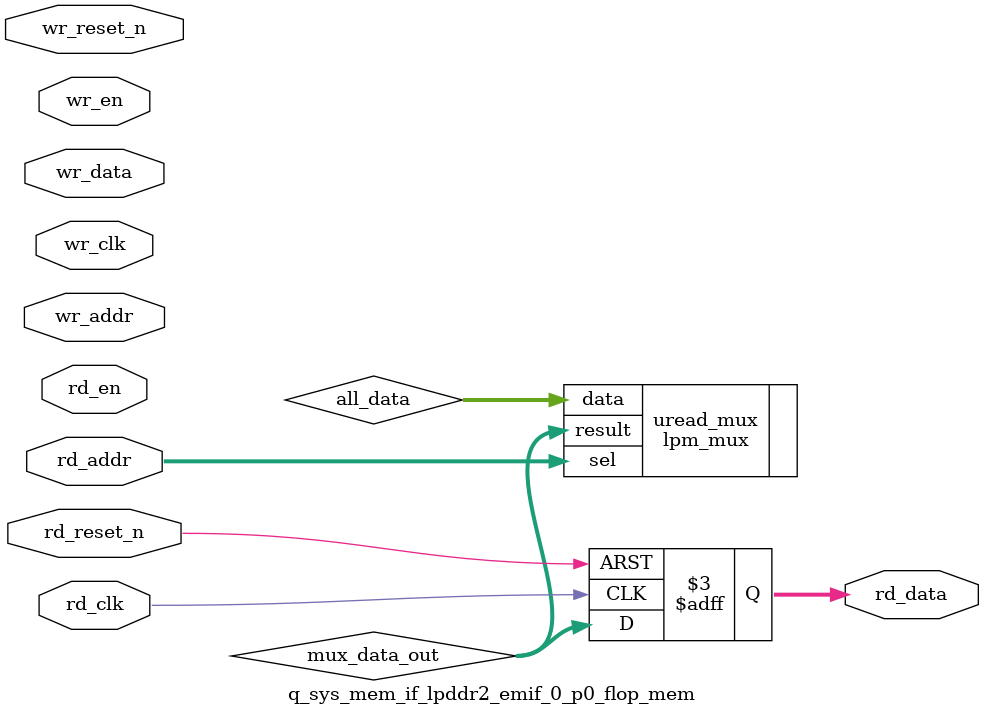
<source format=v>



`timescale 1 ps / 1 ps

(* altera_attribute = "-name ALLOW_SYNCH_CTRL_USAGE ON;-name AUTO_CLOCK_ENABLE_RECOGNITION ON" *)
module q_sys_mem_if_lpddr2_emif_0_p0_flop_mem(
	wr_reset_n,
	wr_clk,
	wr_en,
	wr_addr,
	wr_data,
	rd_reset_n,
	rd_clk,
	rd_en,
	rd_addr,
	rd_data
);

parameter WRITE_MEM_DEPTH	= "";
parameter WRITE_ADDR_WIDTH	= "";
parameter WRITE_DATA_WIDTH	= "";
parameter READ_MEM_DEPTH	= "";
parameter READ_ADDR_WIDTH	= "";		 
parameter READ_DATA_WIDTH	= "";


input	wr_reset_n;
input	wr_clk;
input	wr_en;
input	[WRITE_ADDR_WIDTH-1:0] wr_addr;
input	[WRITE_DATA_WIDTH-1:0] wr_data;
input	rd_reset_n;
input	rd_clk;
input	rd_en;
input	[READ_ADDR_WIDTH-1:0] rd_addr;
output	[READ_DATA_WIDTH-1:0] rd_data;



wire	[WRITE_DATA_WIDTH*WRITE_MEM_DEPTH-1:0] all_data;
wire	[READ_DATA_WIDTH-1:0] mux_data_out;



// declare a memory with WRITE_MEM_DEPTH entries
// each entry contains a data size of WRITE_DATA_WIDTH
reg	[WRITE_DATA_WIDTH-1:0] data_stored [0:WRITE_MEM_DEPTH-1] /* synthesis syn_preserve = 1 */;
reg	[READ_DATA_WIDTH-1:0] rd_data;

generate
genvar entry;
	for (entry=0; entry < WRITE_MEM_DEPTH; entry=entry+1)
	begin: mem_location
		assign all_data[(WRITE_DATA_WIDTH*(entry+1)-1) : (WRITE_DATA_WIDTH*entry)] = data_stored[entry]; 
		
		always @(posedge wr_clk or negedge wr_reset_n)
		begin
			if (~wr_reset_n) begin
				data_stored[entry] <= {WRITE_DATA_WIDTH{1'b0}};
			end else begin
				if (wr_en) begin
					if (entry == wr_addr) begin
						data_stored[entry] <= wr_data;
					end
				end
			end
		end		
	end
endgenerate

// mux to select the correct output data based on read address
lpm_mux	uread_mux(
	.sel (rd_addr),
	.data (all_data),
	.result (mux_data_out)
	// synopsys translate_off
	,
	.aclr (),
	.clken (),
	.clock ()
	// synopsys translate_on
	);
 defparam uread_mux.lpm_size = READ_MEM_DEPTH;
 defparam uread_mux.lpm_type = "LPM_MUX";
 defparam uread_mux.lpm_width = READ_DATA_WIDTH;
 defparam uread_mux.lpm_widths = READ_ADDR_WIDTH;

always @(posedge rd_clk or negedge rd_reset_n)	
begin
	if (~rd_reset_n) begin
		rd_data <= {READ_DATA_WIDTH{1'b0}};
	end else begin
		rd_data <= mux_data_out;
	end
end

endmodule

</source>
